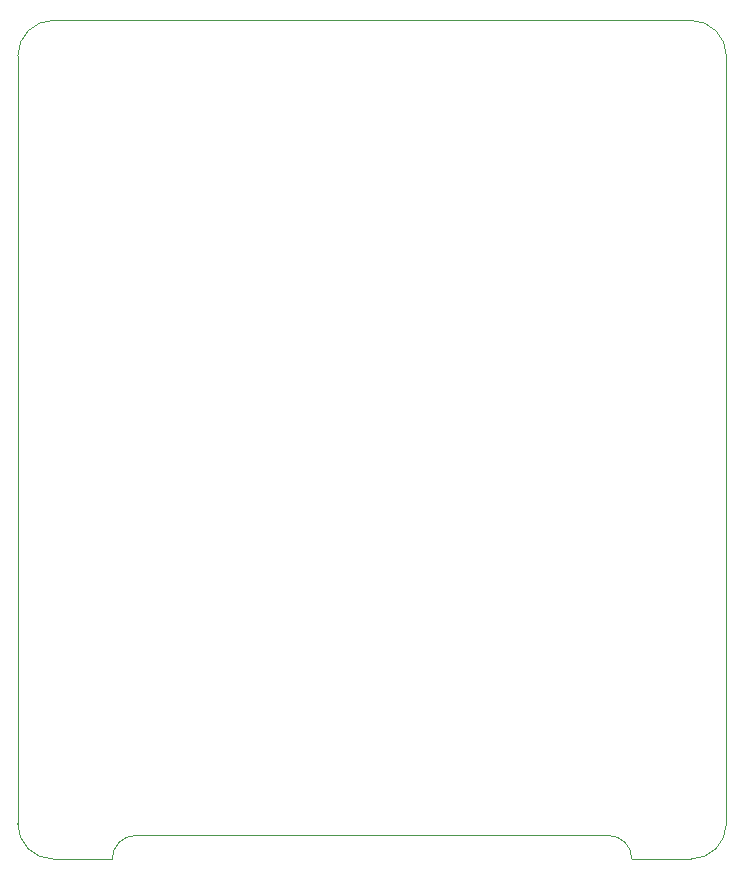
<source format=gbr>
%TF.GenerationSoftware,KiCad,Pcbnew,8.0.3*%
%TF.CreationDate,2024-08-07T13:20:04+02:00*%
%TF.ProjectId,motor_board,6d6f746f-725f-4626-9f61-72642e6b6963,0.1*%
%TF.SameCoordinates,Original*%
%TF.FileFunction,Profile,NP*%
%FSLAX46Y46*%
G04 Gerber Fmt 4.6, Leading zero omitted, Abs format (unit mm)*
G04 Created by KiCad (PCBNEW 8.0.3) date 2024-08-07 13:20:04*
%MOMM*%
%LPD*%
G01*
G04 APERTURE LIST*
%TA.AperFunction,Profile*%
%ADD10C,0.001000*%
%TD*%
G04 APERTURE END LIST*
D10*
X100000000Y-55000000D02*
G75*
G02*
X103000000Y-52000000I3000000J0D01*
G01*
X157000000Y-123000000D02*
X152000000Y-123000000D01*
X103000000Y-52000000D02*
X157000000Y-52000000D01*
X108000000Y-123000000D02*
X103000000Y-123000000D01*
X160000000Y-55000000D02*
X160000000Y-120000000D01*
X150000000Y-121000000D02*
G75*
G02*
X152000000Y-123000000I0J-2000000D01*
G01*
X108000000Y-123000000D02*
G75*
G02*
X110000000Y-121000000I2000000J0D01*
G01*
X103000000Y-123000000D02*
G75*
G02*
X100000000Y-119999999I0J3000000D01*
G01*
X157000000Y-52000000D02*
G75*
G02*
X160000000Y-55000000I0J-3000000D01*
G01*
X100000000Y-120000000D02*
X100000000Y-55000000D01*
X150000000Y-121000000D02*
X110000000Y-121000000D01*
X160000000Y-120000000D02*
G75*
G02*
X156999999Y-123000000I-3000000J0D01*
G01*
M02*

</source>
